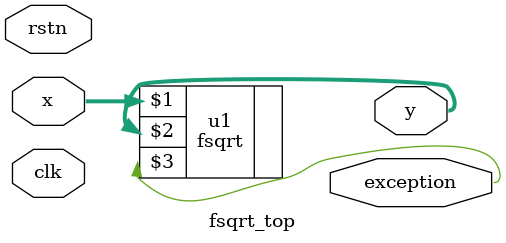
<source format=v>
module fsqrt_top
   (  input wire [31:0]  x,
      output wire [31:0] y,
      output wire        exception,
      input wire        clk,
      input wire        rstn);

   fsqrt u1(x,y,exception);

endmodule
</source>
